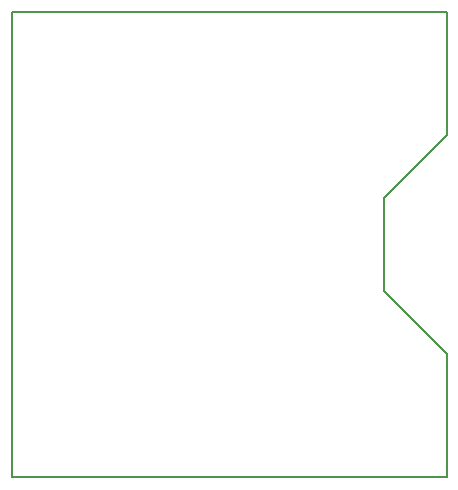
<source format=gbr>
G04 #@! TF.GenerationSoftware,KiCad,Pcbnew,8.0.4*
G04 #@! TF.CreationDate,2025-03-14T11:46:41-03:00*
G04 #@! TF.ProjectId,generic_8_bit_audio_dac,67656e65-7269-4635-9f38-5f6269745f61,rev?*
G04 #@! TF.SameCoordinates,Original*
G04 #@! TF.FileFunction,Profile,NP*
%FSLAX46Y46*%
G04 Gerber Fmt 4.6, Leading zero omitted, Abs format (unit mm)*
G04 Created by KiCad (PCBNEW 8.0.4) date 2025-03-14 11:46:41*
%MOMM*%
%LPD*%
G01*
G04 APERTURE LIST*
G04 #@! TA.AperFunction,Profile*
%ADD10C,0.150000*%
G04 #@! TD*
G04 APERTURE END LIST*
D10*
X154686000Y-93091000D02*
X154686000Y-103505000D01*
X149352000Y-87757000D02*
X154686000Y-93091000D01*
X149352000Y-79883000D02*
X149352000Y-87757000D01*
X154686000Y-74549000D02*
X149352000Y-79883000D01*
X154686000Y-64135000D02*
X154686000Y-74549000D01*
X154686000Y-64135000D02*
X117856000Y-64135000D01*
X117856000Y-103505000D02*
X154686000Y-103505000D01*
X117856000Y-64135000D02*
X117856000Y-103505000D01*
M02*

</source>
